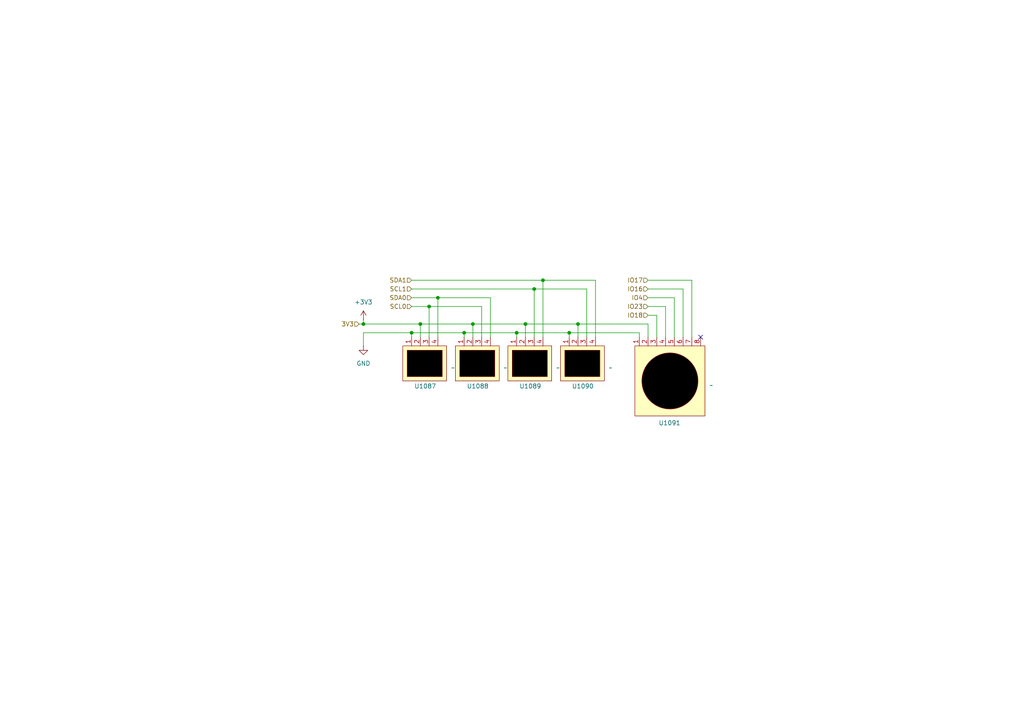
<source format=kicad_sch>
(kicad_sch (version 20231120) (generator "eeschema") (generator_version "8.0")
  (paper "A4")
  (lib_symbols
    (symbol "Symbols:GC9A01"
      (property "Reference" "U" (at 0 -1.27 0))
      (symbol "GC9A01_1_1"
        (rectangle (start -10.16 20.32) (end 10.16 0) (fill (type background)))
        (circle (center 0 10.16) (radius 8.132) (fill (type color) (color 0 0 0 1)))
        (pin input line (at -8.89 22.86 270) (length 2.54) (name "") (number "1"))
        (pin input line (at -6.35 22.86 270) (length 2.54) (name "") (number "2"))
        (pin input line (at -3.81 22.86 270) (length 2.54) (name "") (number "3"))
        (pin input line (at -1.27 22.86 270) (length 2.54) (name "") (number "4"))
        (pin input line (at 1.27 22.86 270) (length 2.54) (name "") (number "5"))
        (pin input line (at 3.81 22.86 270) (length 2.54) (name "") (number "6"))
        (pin input line (at 6.35 22.86 270) (length 2.54) (name "") (number "7"))
        (pin input line (at 8.89 22.86 270) (length 2.54) (name "") (number "8"))
      )
    )
    (symbol "Symbols:OLED"
      (property "Reference" "U" (at 0 -1.27 0))
      (symbol "OLED_1_1"
        (rectangle (start -6.35 10.16) (end 6.35 0) (fill (type background)))
        (rectangle (start -5.08 8.89) (end 5.08 1.27) (fill (type color) (color 0 0 0 1)))
        (pin input line (at -3.81 12.7 270) (length 2.54) (name "") (number "1"))
        (pin input line (at -1.27 12.7 270) (length 2.54) (name "") (number "2"))
        (pin input line (at 1.27 12.7 270) (length 2.54) (name "") (number "3"))
        (pin input line (at 3.81 12.7 270) (length 2.54) (name "") (number "4"))
      )
    )
    (symbol "power:+3V3" (power) (pin_numbers hide) (pin_names (offset 0) hide)
      (property "Value" "+3V3" (at 0 3.556 0))
      (symbol "+3V3_0_1"
        (polyline (pts (xy -0.762 1.27) (xy 0 2.54)))
        (polyline (pts (xy 0 0) (xy 0 2.54)))
        (polyline (pts (xy 0 2.54) (xy 0.762 1.27)))
      )
      (symbol "+3V3_1_1"
        (pin power_in line (at 0 0 90) (length 0) (name "~") (number "1"))
      )
    )
    (symbol "power:GND" (power) (pin_numbers hide) (pin_names (offset 0) hide)
      (property "Value" "GND" (at 0 -3.81 0))
      (symbol "GND_0_1"
        (polyline (pts (xy 0 0) (xy 0 -1.27) (xy 1.27 -1.27) (xy 0 -2.54) (xy -1.27 -1.27) (xy 0 -1.27)))
      )
      (symbol "GND_1_1"
        (pin power_in line (at 0 0 270) (length 0) (name "~") (number "1"))
      )
    )
  )
  (junction (at 124.46 88.9))
  (junction (at 167.64 93.98))
  (junction (at 157.48 81.28))
  (junction (at 137.16 93.98))
  (junction (at 134.62 96.52))
  (junction (at 154.94 83.82))
  (junction (at 165.1 96.52))
  (junction (at 149.86 96.52))
  (junction (at 105.41 93.98))
  (junction (at 152.4 93.98))
  (junction (at 127 86.36))
  (junction (at 119.38 96.52))
  (junction (at 121.92 93.98))
  (no_connect (at 203.2 97.79))
  (wire (pts (xy 149.86 96.52) (xy 165.1 96.52)))
  (wire (pts (xy 165.1 96.52) (xy 185.42 96.52)))
  (wire (pts (xy 124.46 88.9) (xy 124.46 97.79)))
  (wire (pts (xy 152.4 97.79) (xy 152.4 93.98)))
  (wire (pts (xy 200.66 81.28) (xy 187.96 81.28)))
  (wire (pts (xy 119.38 86.36) (xy 127 86.36)))
  (wire (pts (xy 172.72 81.28) (xy 157.48 81.28)))
  (wire (pts (xy 134.62 96.52) (xy 134.62 97.79)))
  (wire (pts (xy 142.24 86.36) (xy 127 86.36)))
  (wire (pts (xy 165.1 96.52) (xy 165.1 97.79)))
  (wire (pts (xy 105.41 92.71) (xy 105.41 93.98)))
  (wire (pts (xy 187.96 93.98) (xy 167.64 93.98)))
  (wire (pts (xy 119.38 96.52) (xy 119.38 97.79)))
  (wire (pts (xy 124.46 88.9) (xy 139.7 88.9)))
  (wire (pts (xy 104.14 93.98) (xy 105.41 93.98)))
  (wire (pts (xy 119.38 96.52) (xy 134.62 96.52)))
  (wire (pts (xy 119.38 83.82) (xy 154.94 83.82)))
  (wire (pts (xy 198.12 83.82) (xy 198.12 97.79)))
  (wire (pts (xy 170.18 83.82) (xy 154.94 83.82)))
  (wire (pts (xy 190.5 91.44) (xy 190.5 97.79)))
  (wire (pts (xy 127 86.36) (xy 127 97.79)))
  (wire (pts (xy 134.62 96.52) (xy 149.86 96.52)))
  (wire (pts (xy 137.16 93.98) (xy 121.92 93.98)))
  (wire (pts (xy 142.24 86.36) (xy 142.24 97.79)))
  (wire (pts (xy 154.94 83.82) (xy 154.94 97.79)))
  (wire (pts (xy 157.48 81.28) (xy 119.38 81.28)))
  (wire (pts (xy 193.04 97.79) (xy 193.04 88.9)))
  (wire (pts (xy 172.72 81.28) (xy 172.72 97.79)))
  (wire (pts (xy 105.41 96.52) (xy 119.38 96.52)))
  (wire (pts (xy 187.96 97.79) (xy 187.96 93.98)))
  (wire (pts (xy 170.18 83.82) (xy 170.18 97.79)))
  (wire (pts (xy 167.64 97.79) (xy 167.64 93.98)))
  (wire (pts (xy 139.7 88.9) (xy 139.7 97.79)))
  (wire (pts (xy 167.64 93.98) (xy 152.4 93.98)))
  (wire (pts (xy 149.86 96.52) (xy 149.86 97.79)))
  (wire (pts (xy 121.92 93.98) (xy 121.92 97.79)))
  (wire (pts (xy 119.38 88.9) (xy 124.46 88.9)))
  (wire (pts (xy 137.16 97.79) (xy 137.16 93.98)))
  (wire (pts (xy 200.66 97.79) (xy 200.66 81.28)))
  (wire (pts (xy 195.58 97.79) (xy 195.58 86.36)))
  (wire (pts (xy 193.04 88.9) (xy 187.96 88.9)))
  (wire (pts (xy 152.4 93.98) (xy 137.16 93.98)))
  (wire (pts (xy 105.41 93.98) (xy 121.92 93.98)))
  (wire (pts (xy 105.41 100.33) (xy 105.41 96.52)))
  (wire (pts (xy 185.42 96.52) (xy 185.42 97.79)))
  (wire (pts (xy 187.96 83.82) (xy 198.12 83.82)))
  (wire (pts (xy 187.96 91.44) (xy 190.5 91.44)))
  (wire (pts (xy 195.58 86.36) (xy 187.96 86.36)))
  (wire (pts (xy 157.48 81.28) (xy 157.48 97.79)))
  (hierarchical_label "IO23" (shape input) (at 187.96 88.9 180))
  (hierarchical_label "3V3" (shape input) (at 104.14 93.98 180))
  (hierarchical_label "SCL0" (shape input) (at 119.38 88.9 180))
  (hierarchical_label "IO17" (shape input) (at 187.96 81.28 180))
  (hierarchical_label "SDA1" (shape input) (at 119.38 81.28 180))
  (hierarchical_label "IO4" (shape input) (at 187.96 86.36 180))
  (hierarchical_label "IO18" (shape input) (at 187.96 91.44 180))
  (hierarchical_label "SCL1" (shape input) (at 119.38 83.82 180))
  (hierarchical_label "SDA0" (shape input) (at 119.38 86.36 180))
  (hierarchical_label "IO16" (shape input) (at 187.96 83.82 180))
  (symbol (lib_id "Symbols:OLED") (at 138.43 110.49 0) (unit 1)
    (property "Reference" "U1088" (at 135.382 112.014 0) (effects (justify left)))
    (property "Value" "~" (at 146.05 106.68 0) (effects (justify left)))
  )
  (symbol (lib_id "power:+3V3") (at 105.41 92.71 0) (unit 1)
    (property "Reference" "#PWR01128" (effects (hide yes)))
    (property "Value" "+3V3" (at 105.41 87.63 0))
    (property "Description" "Power symbol creates a global label with name \"+3V3\"" (effects (hide yes)))
  )
  (symbol (lib_id "Symbols:OLED") (at 123.19 110.49 0) (unit 1)
    (property "Reference" "U1087" (at 120.142 112.014 0) (effects (justify left)))
    (property "Value" "~" (at 130.81 106.68 0) (effects (justify left)))
  )
  (symbol (lib_id "Symbols:OLED") (at 153.67 110.49 0) (unit 1)
    (property "Reference" "U1089" (at 150.622 112.014 0) (effects (justify left)))
    (property "Value" "~" (at 161.29 106.68 0) (effects (justify left)))
  )
  (symbol (lib_id "Symbols:OLED") (at 168.91 110.49 0) (unit 1)
    (property "Reference" "U1090" (at 165.862 112.014 0) (effects (justify left)))
    (property "Value" "~" (at 176.53 106.68 0) (effects (justify left)))
  )
  (symbol (lib_id "Symbols:GC9A01") (at 194.31 120.65 0) (unit 1)
    (property "Reference" "U1091" (at 191.008 122.682 0) (effects (justify left)))
    (property "Value" "~" (at 205.74 111.76 0) (effects (justify left)))
  )
  (symbol (lib_id "power:GND") (at 105.41 100.33 0) (unit 1)
    (property "Reference" "#PWR01127" (effects (hide yes)))
    (property "Value" "GND" (at 105.41 105.41 0))
    (property "Description" "Power symbol creates a global label with name \"GND\" , ground" (effects (hide yes)))
  )
)
</source>
